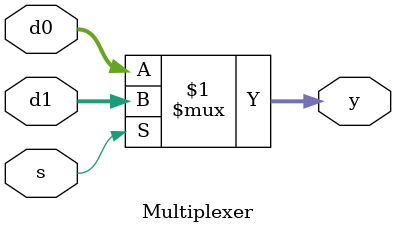
<source format=sv>
`timescale 1ns / 1ps


module Multiplexer #(parameter WIDTH = 4) (
    input  logic [WIDTH - 1:0] d1, d0,
    input  logic               s,
    output logic [WIDTH - 1:0] y
);
    assign y = s ? d1 : d0;
endmodule


</source>
